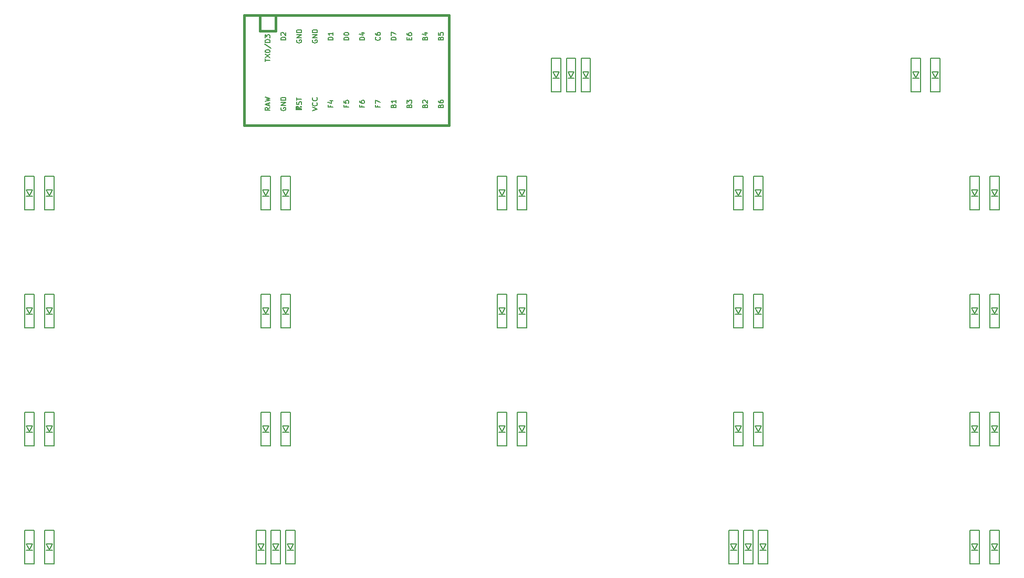
<source format=gto>
G04 #@! TF.GenerationSoftware,KiCad,Pcbnew,(5.1.4)-1*
G04 #@! TF.CreationDate,2021-09-01T13:47:46-10:00*
G04 #@! TF.ProjectId,oya45,6f796134-352e-46b6-9963-61645f706362,rev?*
G04 #@! TF.SameCoordinates,Original*
G04 #@! TF.FileFunction,Legend,Top*
G04 #@! TF.FilePolarity,Positive*
%FSLAX46Y46*%
G04 Gerber Fmt 4.6, Leading zero omitted, Abs format (unit mm)*
G04 Created by KiCad (PCBNEW (5.1.4)-1) date 2021-09-01 13:47:46*
%MOMM*%
%LPD*%
G04 APERTURE LIST*
%ADD10C,0.150000*%
%ADD11C,0.381000*%
%ADD12C,1.852000*%
%ADD13C,2.352000*%
%ADD14C,4.089800*%
%ADD15R,1.102000X1.502000*%
%ADD16R,1.854600X1.854600*%
%ADD17C,1.854600*%
%ADD18C,3.150000*%
G04 APERTURE END LIST*
D10*
X211887500Y-41593750D02*
X211887500Y-36193750D01*
X210387500Y-36193750D02*
X210387500Y-41593750D01*
X210387500Y-41593750D02*
X211887500Y-41593750D01*
X210387500Y-36193750D02*
X211887500Y-36193750D01*
X210637500Y-38393750D02*
X211637500Y-38393750D01*
X211637500Y-38393750D02*
X211137500Y-39293750D01*
X211137500Y-39293750D02*
X210637500Y-38393750D01*
X210637500Y-39393750D02*
X211637500Y-39393750D01*
X208712500Y-41593750D02*
X208712500Y-36193750D01*
X207212500Y-36193750D02*
X207212500Y-41593750D01*
X207212500Y-41593750D02*
X208712500Y-41593750D01*
X207212500Y-36193750D02*
X208712500Y-36193750D01*
X207462500Y-38393750D02*
X208462500Y-38393750D01*
X208462500Y-38393750D02*
X207962500Y-39293750D01*
X207962500Y-39293750D02*
X207462500Y-38393750D01*
X207462500Y-39393750D02*
X208462500Y-39393750D01*
X155531250Y-41593750D02*
X155531250Y-36193750D01*
X154031250Y-36193750D02*
X154031250Y-41593750D01*
X154031250Y-41593750D02*
X155531250Y-41593750D01*
X154031250Y-36193750D02*
X155531250Y-36193750D01*
X154281250Y-38393750D02*
X155281250Y-38393750D01*
X155281250Y-38393750D02*
X154781250Y-39293750D01*
X154781250Y-39293750D02*
X154281250Y-38393750D01*
X154281250Y-39393750D02*
X155281250Y-39393750D01*
X151900000Y-39393750D02*
X152900000Y-39393750D01*
X152400000Y-39293750D02*
X151900000Y-38393750D01*
X152900000Y-38393750D02*
X152400000Y-39293750D01*
X151900000Y-38393750D02*
X152900000Y-38393750D01*
X151650000Y-36193750D02*
X153150000Y-36193750D01*
X151650000Y-41593750D02*
X153150000Y-41593750D01*
X151650000Y-36193750D02*
X151650000Y-41593750D01*
X153150000Y-41593750D02*
X153150000Y-36193750D01*
X150768750Y-41593750D02*
X150768750Y-36193750D01*
X149268750Y-36193750D02*
X149268750Y-41593750D01*
X149268750Y-41593750D02*
X150768750Y-41593750D01*
X149268750Y-36193750D02*
X150768750Y-36193750D01*
X149518750Y-38393750D02*
X150518750Y-38393750D01*
X150518750Y-38393750D02*
X150018750Y-39293750D01*
X150018750Y-39293750D02*
X149518750Y-38393750D01*
X149518750Y-39393750D02*
X150518750Y-39393750D01*
X221412500Y-117793750D02*
X221412500Y-112393750D01*
X219912500Y-112393750D02*
X219912500Y-117793750D01*
X219912500Y-117793750D02*
X221412500Y-117793750D01*
X219912500Y-112393750D02*
X221412500Y-112393750D01*
X220162500Y-114593750D02*
X221162500Y-114593750D01*
X221162500Y-114593750D02*
X220662500Y-115493750D01*
X220662500Y-115493750D02*
X220162500Y-114593750D01*
X220162500Y-115593750D02*
X221162500Y-115593750D01*
X216987500Y-115593750D02*
X217987500Y-115593750D01*
X217487500Y-115493750D02*
X216987500Y-114593750D01*
X217987500Y-114593750D02*
X217487500Y-115493750D01*
X216987500Y-114593750D02*
X217987500Y-114593750D01*
X216737500Y-112393750D02*
X218237500Y-112393750D01*
X216737500Y-117793750D02*
X218237500Y-117793750D01*
X216737500Y-112393750D02*
X216737500Y-117793750D01*
X218237500Y-117793750D02*
X218237500Y-112393750D01*
X184106250Y-117793750D02*
X184106250Y-112393750D01*
X182606250Y-112393750D02*
X182606250Y-117793750D01*
X182606250Y-117793750D02*
X184106250Y-117793750D01*
X182606250Y-112393750D02*
X184106250Y-112393750D01*
X182856250Y-114593750D02*
X183856250Y-114593750D01*
X183856250Y-114593750D02*
X183356250Y-115493750D01*
X183356250Y-115493750D02*
X182856250Y-114593750D01*
X182856250Y-115593750D02*
X183856250Y-115593750D01*
X181725000Y-117793750D02*
X181725000Y-112393750D01*
X180225000Y-112393750D02*
X180225000Y-117793750D01*
X180225000Y-117793750D02*
X181725000Y-117793750D01*
X180225000Y-112393750D02*
X181725000Y-112393750D01*
X180475000Y-114593750D02*
X181475000Y-114593750D01*
X181475000Y-114593750D02*
X180975000Y-115493750D01*
X180975000Y-115493750D02*
X180475000Y-114593750D01*
X180475000Y-115593750D02*
X181475000Y-115593750D01*
X179343750Y-117793750D02*
X179343750Y-112393750D01*
X177843750Y-112393750D02*
X177843750Y-117793750D01*
X177843750Y-117793750D02*
X179343750Y-117793750D01*
X177843750Y-112393750D02*
X179343750Y-112393750D01*
X178093750Y-114593750D02*
X179093750Y-114593750D01*
X179093750Y-114593750D02*
X178593750Y-115493750D01*
X178593750Y-115493750D02*
X178093750Y-114593750D01*
X178093750Y-115593750D02*
X179093750Y-115593750D01*
X107906250Y-117793750D02*
X107906250Y-112393750D01*
X106406250Y-112393750D02*
X106406250Y-117793750D01*
X106406250Y-117793750D02*
X107906250Y-117793750D01*
X106406250Y-112393750D02*
X107906250Y-112393750D01*
X106656250Y-114593750D02*
X107656250Y-114593750D01*
X107656250Y-114593750D02*
X107156250Y-115493750D01*
X107156250Y-115493750D02*
X106656250Y-114593750D01*
X106656250Y-115593750D02*
X107656250Y-115593750D01*
X105525000Y-117793750D02*
X105525000Y-112393750D01*
X104025000Y-112393750D02*
X104025000Y-117793750D01*
X104025000Y-117793750D02*
X105525000Y-117793750D01*
X104025000Y-112393750D02*
X105525000Y-112393750D01*
X104275000Y-114593750D02*
X105275000Y-114593750D01*
X105275000Y-114593750D02*
X104775000Y-115493750D01*
X104775000Y-115493750D02*
X104275000Y-114593750D01*
X104275000Y-115593750D02*
X105275000Y-115593750D01*
X103143750Y-117793750D02*
X103143750Y-112393750D01*
X101643750Y-112393750D02*
X101643750Y-117793750D01*
X101643750Y-117793750D02*
X103143750Y-117793750D01*
X101643750Y-112393750D02*
X103143750Y-112393750D01*
X101893750Y-114593750D02*
X102893750Y-114593750D01*
X102893750Y-114593750D02*
X102393750Y-115493750D01*
X102393750Y-115493750D02*
X101893750Y-114593750D01*
X101893750Y-115593750D02*
X102893750Y-115593750D01*
X69012500Y-117793750D02*
X69012500Y-112393750D01*
X67512500Y-112393750D02*
X67512500Y-117793750D01*
X67512500Y-117793750D02*
X69012500Y-117793750D01*
X67512500Y-112393750D02*
X69012500Y-112393750D01*
X67762500Y-114593750D02*
X68762500Y-114593750D01*
X68762500Y-114593750D02*
X68262500Y-115493750D01*
X68262500Y-115493750D02*
X67762500Y-114593750D01*
X67762500Y-115593750D02*
X68762500Y-115593750D01*
X65837500Y-117793750D02*
X65837500Y-112393750D01*
X64337500Y-112393750D02*
X64337500Y-117793750D01*
X64337500Y-117793750D02*
X65837500Y-117793750D01*
X64337500Y-112393750D02*
X65837500Y-112393750D01*
X64587500Y-114593750D02*
X65587500Y-114593750D01*
X65587500Y-114593750D02*
X65087500Y-115493750D01*
X65087500Y-115493750D02*
X64587500Y-114593750D01*
X64587500Y-115593750D02*
X65587500Y-115593750D01*
X221412500Y-98743750D02*
X221412500Y-93343750D01*
X219912500Y-93343750D02*
X219912500Y-98743750D01*
X219912500Y-98743750D02*
X221412500Y-98743750D01*
X219912500Y-93343750D02*
X221412500Y-93343750D01*
X220162500Y-95543750D02*
X221162500Y-95543750D01*
X221162500Y-95543750D02*
X220662500Y-96443750D01*
X220662500Y-96443750D02*
X220162500Y-95543750D01*
X220162500Y-96543750D02*
X221162500Y-96543750D01*
X218237500Y-98743750D02*
X218237500Y-93343750D01*
X216737500Y-93343750D02*
X216737500Y-98743750D01*
X216737500Y-98743750D02*
X218237500Y-98743750D01*
X216737500Y-93343750D02*
X218237500Y-93343750D01*
X216987500Y-95543750D02*
X217987500Y-95543750D01*
X217987500Y-95543750D02*
X217487500Y-96443750D01*
X217487500Y-96443750D02*
X216987500Y-95543750D01*
X216987500Y-96543750D02*
X217987500Y-96543750D01*
X183312500Y-98743750D02*
X183312500Y-93343750D01*
X181812500Y-93343750D02*
X181812500Y-98743750D01*
X181812500Y-98743750D02*
X183312500Y-98743750D01*
X181812500Y-93343750D02*
X183312500Y-93343750D01*
X182062500Y-95543750D02*
X183062500Y-95543750D01*
X183062500Y-95543750D02*
X182562500Y-96443750D01*
X182562500Y-96443750D02*
X182062500Y-95543750D01*
X182062500Y-96543750D02*
X183062500Y-96543750D01*
X180137500Y-98743750D02*
X180137500Y-93343750D01*
X178637500Y-93343750D02*
X178637500Y-98743750D01*
X178637500Y-98743750D02*
X180137500Y-98743750D01*
X178637500Y-93343750D02*
X180137500Y-93343750D01*
X178887500Y-95543750D02*
X179887500Y-95543750D01*
X179887500Y-95543750D02*
X179387500Y-96443750D01*
X179387500Y-96443750D02*
X178887500Y-95543750D01*
X178887500Y-96543750D02*
X179887500Y-96543750D01*
X145212500Y-98743750D02*
X145212500Y-93343750D01*
X143712500Y-93343750D02*
X143712500Y-98743750D01*
X143712500Y-98743750D02*
X145212500Y-98743750D01*
X143712500Y-93343750D02*
X145212500Y-93343750D01*
X143962500Y-95543750D02*
X144962500Y-95543750D01*
X144962500Y-95543750D02*
X144462500Y-96443750D01*
X144462500Y-96443750D02*
X143962500Y-95543750D01*
X143962500Y-96543750D02*
X144962500Y-96543750D01*
X142037500Y-98743750D02*
X142037500Y-93343750D01*
X140537500Y-93343750D02*
X140537500Y-98743750D01*
X140537500Y-98743750D02*
X142037500Y-98743750D01*
X140537500Y-93343750D02*
X142037500Y-93343750D01*
X140787500Y-95543750D02*
X141787500Y-95543750D01*
X141787500Y-95543750D02*
X141287500Y-96443750D01*
X141287500Y-96443750D02*
X140787500Y-95543750D01*
X140787500Y-96543750D02*
X141787500Y-96543750D01*
X107112500Y-98743750D02*
X107112500Y-93343750D01*
X105612500Y-93343750D02*
X105612500Y-98743750D01*
X105612500Y-98743750D02*
X107112500Y-98743750D01*
X105612500Y-93343750D02*
X107112500Y-93343750D01*
X105862500Y-95543750D02*
X106862500Y-95543750D01*
X106862500Y-95543750D02*
X106362500Y-96443750D01*
X106362500Y-96443750D02*
X105862500Y-95543750D01*
X105862500Y-96543750D02*
X106862500Y-96543750D01*
X103937500Y-98743750D02*
X103937500Y-93343750D01*
X102437500Y-93343750D02*
X102437500Y-98743750D01*
X102437500Y-98743750D02*
X103937500Y-98743750D01*
X102437500Y-93343750D02*
X103937500Y-93343750D01*
X102687500Y-95543750D02*
X103687500Y-95543750D01*
X103687500Y-95543750D02*
X103187500Y-96443750D01*
X103187500Y-96443750D02*
X102687500Y-95543750D01*
X102687500Y-96543750D02*
X103687500Y-96543750D01*
X69012500Y-98743750D02*
X69012500Y-93343750D01*
X67512500Y-93343750D02*
X67512500Y-98743750D01*
X67512500Y-98743750D02*
X69012500Y-98743750D01*
X67512500Y-93343750D02*
X69012500Y-93343750D01*
X67762500Y-95543750D02*
X68762500Y-95543750D01*
X68762500Y-95543750D02*
X68262500Y-96443750D01*
X68262500Y-96443750D02*
X67762500Y-95543750D01*
X67762500Y-96543750D02*
X68762500Y-96543750D01*
X65837500Y-98743750D02*
X65837500Y-93343750D01*
X64337500Y-93343750D02*
X64337500Y-98743750D01*
X64337500Y-98743750D02*
X65837500Y-98743750D01*
X64337500Y-93343750D02*
X65837500Y-93343750D01*
X64587500Y-95543750D02*
X65587500Y-95543750D01*
X65587500Y-95543750D02*
X65087500Y-96443750D01*
X65087500Y-96443750D02*
X64587500Y-95543750D01*
X64587500Y-96543750D02*
X65587500Y-96543750D01*
X221412500Y-79693750D02*
X221412500Y-74293750D01*
X219912500Y-74293750D02*
X219912500Y-79693750D01*
X219912500Y-79693750D02*
X221412500Y-79693750D01*
X219912500Y-74293750D02*
X221412500Y-74293750D01*
X220162500Y-76493750D02*
X221162500Y-76493750D01*
X221162500Y-76493750D02*
X220662500Y-77393750D01*
X220662500Y-77393750D02*
X220162500Y-76493750D01*
X220162500Y-77493750D02*
X221162500Y-77493750D01*
X218237500Y-79693750D02*
X218237500Y-74293750D01*
X216737500Y-74293750D02*
X216737500Y-79693750D01*
X216737500Y-79693750D02*
X218237500Y-79693750D01*
X216737500Y-74293750D02*
X218237500Y-74293750D01*
X216987500Y-76493750D02*
X217987500Y-76493750D01*
X217987500Y-76493750D02*
X217487500Y-77393750D01*
X217487500Y-77393750D02*
X216987500Y-76493750D01*
X216987500Y-77493750D02*
X217987500Y-77493750D01*
X183312500Y-79693750D02*
X183312500Y-74293750D01*
X181812500Y-74293750D02*
X181812500Y-79693750D01*
X181812500Y-79693750D02*
X183312500Y-79693750D01*
X181812500Y-74293750D02*
X183312500Y-74293750D01*
X182062500Y-76493750D02*
X183062500Y-76493750D01*
X183062500Y-76493750D02*
X182562500Y-77393750D01*
X182562500Y-77393750D02*
X182062500Y-76493750D01*
X182062500Y-77493750D02*
X183062500Y-77493750D01*
X180137500Y-79693750D02*
X180137500Y-74293750D01*
X178637500Y-74293750D02*
X178637500Y-79693750D01*
X178637500Y-79693750D02*
X180137500Y-79693750D01*
X178637500Y-74293750D02*
X180137500Y-74293750D01*
X178887500Y-76493750D02*
X179887500Y-76493750D01*
X179887500Y-76493750D02*
X179387500Y-77393750D01*
X179387500Y-77393750D02*
X178887500Y-76493750D01*
X178887500Y-77493750D02*
X179887500Y-77493750D01*
X145212500Y-79693750D02*
X145212500Y-74293750D01*
X143712500Y-74293750D02*
X143712500Y-79693750D01*
X143712500Y-79693750D02*
X145212500Y-79693750D01*
X143712500Y-74293750D02*
X145212500Y-74293750D01*
X143962500Y-76493750D02*
X144962500Y-76493750D01*
X144962500Y-76493750D02*
X144462500Y-77393750D01*
X144462500Y-77393750D02*
X143962500Y-76493750D01*
X143962500Y-77493750D02*
X144962500Y-77493750D01*
X142037500Y-79693750D02*
X142037500Y-74293750D01*
X140537500Y-74293750D02*
X140537500Y-79693750D01*
X140537500Y-79693750D02*
X142037500Y-79693750D01*
X140537500Y-74293750D02*
X142037500Y-74293750D01*
X140787500Y-76493750D02*
X141787500Y-76493750D01*
X141787500Y-76493750D02*
X141287500Y-77393750D01*
X141287500Y-77393750D02*
X140787500Y-76493750D01*
X140787500Y-77493750D02*
X141787500Y-77493750D01*
X107112500Y-79693750D02*
X107112500Y-74293750D01*
X105612500Y-74293750D02*
X105612500Y-79693750D01*
X105612500Y-79693750D02*
X107112500Y-79693750D01*
X105612500Y-74293750D02*
X107112500Y-74293750D01*
X105862500Y-76493750D02*
X106862500Y-76493750D01*
X106862500Y-76493750D02*
X106362500Y-77393750D01*
X106362500Y-77393750D02*
X105862500Y-76493750D01*
X105862500Y-77493750D02*
X106862500Y-77493750D01*
X103937500Y-79693750D02*
X103937500Y-74293750D01*
X102437500Y-74293750D02*
X102437500Y-79693750D01*
X102437500Y-79693750D02*
X103937500Y-79693750D01*
X102437500Y-74293750D02*
X103937500Y-74293750D01*
X102687500Y-76493750D02*
X103687500Y-76493750D01*
X103687500Y-76493750D02*
X103187500Y-77393750D01*
X103187500Y-77393750D02*
X102687500Y-76493750D01*
X102687500Y-77493750D02*
X103687500Y-77493750D01*
X69012500Y-79693750D02*
X69012500Y-74293750D01*
X67512500Y-74293750D02*
X67512500Y-79693750D01*
X67512500Y-79693750D02*
X69012500Y-79693750D01*
X67512500Y-74293750D02*
X69012500Y-74293750D01*
X67762500Y-76493750D02*
X68762500Y-76493750D01*
X68762500Y-76493750D02*
X68262500Y-77393750D01*
X68262500Y-77393750D02*
X67762500Y-76493750D01*
X67762500Y-77493750D02*
X68762500Y-77493750D01*
X65837500Y-79693750D02*
X65837500Y-74293750D01*
X64337500Y-74293750D02*
X64337500Y-79693750D01*
X64337500Y-79693750D02*
X65837500Y-79693750D01*
X64337500Y-74293750D02*
X65837500Y-74293750D01*
X64587500Y-76493750D02*
X65587500Y-76493750D01*
X65587500Y-76493750D02*
X65087500Y-77393750D01*
X65087500Y-77393750D02*
X64587500Y-76493750D01*
X64587500Y-77493750D02*
X65587500Y-77493750D01*
X221412500Y-60643750D02*
X221412500Y-55243750D01*
X219912500Y-55243750D02*
X219912500Y-60643750D01*
X219912500Y-60643750D02*
X221412500Y-60643750D01*
X219912500Y-55243750D02*
X221412500Y-55243750D01*
X220162500Y-57443750D02*
X221162500Y-57443750D01*
X221162500Y-57443750D02*
X220662500Y-58343750D01*
X220662500Y-58343750D02*
X220162500Y-57443750D01*
X220162500Y-58443750D02*
X221162500Y-58443750D01*
X218237500Y-60643750D02*
X218237500Y-55243750D01*
X216737500Y-55243750D02*
X216737500Y-60643750D01*
X216737500Y-60643750D02*
X218237500Y-60643750D01*
X216737500Y-55243750D02*
X218237500Y-55243750D01*
X216987500Y-57443750D02*
X217987500Y-57443750D01*
X217987500Y-57443750D02*
X217487500Y-58343750D01*
X217487500Y-58343750D02*
X216987500Y-57443750D01*
X216987500Y-58443750D02*
X217987500Y-58443750D01*
X183312500Y-60643750D02*
X183312500Y-55243750D01*
X181812500Y-55243750D02*
X181812500Y-60643750D01*
X181812500Y-60643750D02*
X183312500Y-60643750D01*
X181812500Y-55243750D02*
X183312500Y-55243750D01*
X182062500Y-57443750D02*
X183062500Y-57443750D01*
X183062500Y-57443750D02*
X182562500Y-58343750D01*
X182562500Y-58343750D02*
X182062500Y-57443750D01*
X182062500Y-58443750D02*
X183062500Y-58443750D01*
X180137500Y-60643750D02*
X180137500Y-55243750D01*
X178637500Y-55243750D02*
X178637500Y-60643750D01*
X178637500Y-60643750D02*
X180137500Y-60643750D01*
X178637500Y-55243750D02*
X180137500Y-55243750D01*
X178887500Y-57443750D02*
X179887500Y-57443750D01*
X179887500Y-57443750D02*
X179387500Y-58343750D01*
X179387500Y-58343750D02*
X178887500Y-57443750D01*
X178887500Y-58443750D02*
X179887500Y-58443750D01*
X145212500Y-60643750D02*
X145212500Y-55243750D01*
X143712500Y-55243750D02*
X143712500Y-60643750D01*
X143712500Y-60643750D02*
X145212500Y-60643750D01*
X143712500Y-55243750D02*
X145212500Y-55243750D01*
X143962500Y-57443750D02*
X144962500Y-57443750D01*
X144962500Y-57443750D02*
X144462500Y-58343750D01*
X144462500Y-58343750D02*
X143962500Y-57443750D01*
X143962500Y-58443750D02*
X144962500Y-58443750D01*
X142037500Y-60643750D02*
X142037500Y-55243750D01*
X140537500Y-55243750D02*
X140537500Y-60643750D01*
X140537500Y-60643750D02*
X142037500Y-60643750D01*
X140537500Y-55243750D02*
X142037500Y-55243750D01*
X140787500Y-57443750D02*
X141787500Y-57443750D01*
X141787500Y-57443750D02*
X141287500Y-58343750D01*
X141287500Y-58343750D02*
X140787500Y-57443750D01*
X140787500Y-58443750D02*
X141787500Y-58443750D01*
X105862500Y-58443750D02*
X106862500Y-58443750D01*
X106362500Y-58343750D02*
X105862500Y-57443750D01*
X106862500Y-57443750D02*
X106362500Y-58343750D01*
X105862500Y-57443750D02*
X106862500Y-57443750D01*
X105612500Y-55243750D02*
X107112500Y-55243750D01*
X105612500Y-60643750D02*
X107112500Y-60643750D01*
X105612500Y-55243750D02*
X105612500Y-60643750D01*
X107112500Y-60643750D02*
X107112500Y-55243750D01*
X103937500Y-60643750D02*
X103937500Y-55243750D01*
X102437500Y-55243750D02*
X102437500Y-60643750D01*
X102437500Y-60643750D02*
X103937500Y-60643750D01*
X102437500Y-55243750D02*
X103937500Y-55243750D01*
X102687500Y-57443750D02*
X103687500Y-57443750D01*
X103687500Y-57443750D02*
X103187500Y-58343750D01*
X103187500Y-58343750D02*
X102687500Y-57443750D01*
X102687500Y-58443750D02*
X103687500Y-58443750D01*
X69012500Y-60643750D02*
X69012500Y-55243750D01*
X67512500Y-55243750D02*
X67512500Y-60643750D01*
X67512500Y-60643750D02*
X69012500Y-60643750D01*
X67512500Y-55243750D02*
X69012500Y-55243750D01*
X67762500Y-57443750D02*
X68762500Y-57443750D01*
X68762500Y-57443750D02*
X68262500Y-58343750D01*
X68262500Y-58343750D02*
X67762500Y-57443750D01*
X67762500Y-58443750D02*
X68762500Y-58443750D01*
X64587500Y-58443750D02*
X65587500Y-58443750D01*
X65087500Y-58343750D02*
X64587500Y-57443750D01*
X65587500Y-57443750D02*
X65087500Y-58343750D01*
X64587500Y-57443750D02*
X65587500Y-57443750D01*
X64337500Y-55243750D02*
X65837500Y-55243750D01*
X64337500Y-60643750D02*
X65837500Y-60643750D01*
X64337500Y-55243750D02*
X64337500Y-60643750D01*
X65837500Y-60643750D02*
X65837500Y-55243750D01*
D11*
X104775000Y-31750000D02*
X104775000Y-29210000D01*
X102235000Y-31750000D02*
X104775000Y-31750000D01*
D10*
G36*
X108524030Y-44144635D02*
G01*
X108624030Y-44144635D01*
X108624030Y-44244635D01*
X108524030Y-44244635D01*
X108524030Y-44144635D01*
G37*
X108524030Y-44144635D02*
X108624030Y-44144635D01*
X108624030Y-44244635D01*
X108524030Y-44244635D01*
X108524030Y-44144635D01*
G36*
X108124030Y-44344635D02*
G01*
X108924030Y-44344635D01*
X108924030Y-44444635D01*
X108124030Y-44444635D01*
X108124030Y-44344635D01*
G37*
X108124030Y-44344635D02*
X108924030Y-44344635D01*
X108924030Y-44444635D01*
X108124030Y-44444635D01*
X108124030Y-44344635D01*
G36*
X108724030Y-43944635D02*
G01*
X108924030Y-43944635D01*
X108924030Y-44044635D01*
X108724030Y-44044635D01*
X108724030Y-43944635D01*
G37*
X108724030Y-43944635D02*
X108924030Y-43944635D01*
X108924030Y-44044635D01*
X108724030Y-44044635D01*
X108724030Y-43944635D01*
G36*
X108124030Y-43944635D02*
G01*
X108424030Y-43944635D01*
X108424030Y-44044635D01*
X108124030Y-44044635D01*
X108124030Y-43944635D01*
G37*
X108124030Y-43944635D02*
X108424030Y-43944635D01*
X108424030Y-44044635D01*
X108124030Y-44044635D01*
X108124030Y-43944635D01*
G36*
X108124030Y-43944635D02*
G01*
X108224030Y-43944635D01*
X108224030Y-44444635D01*
X108124030Y-44444635D01*
X108124030Y-43944635D01*
G37*
X108124030Y-43944635D02*
X108224030Y-43944635D01*
X108224030Y-44444635D01*
X108124030Y-44444635D01*
X108124030Y-43944635D01*
D11*
X132715000Y-46990000D02*
X99695000Y-46990000D01*
X132715000Y-29210000D02*
X132715000Y-46990000D01*
X99695000Y-29210000D02*
X132715000Y-29210000D01*
X99695000Y-46990000D02*
X99695000Y-29210000D01*
X102235000Y-31750000D02*
X102235000Y-29210000D01*
D10*
X106406904Y-33229476D02*
X105606904Y-33229476D01*
X105606904Y-33039000D01*
X105645000Y-32924714D01*
X105721190Y-32848523D01*
X105797380Y-32810428D01*
X105949761Y-32772333D01*
X106064047Y-32772333D01*
X106216428Y-32810428D01*
X106292619Y-32848523D01*
X106368809Y-32924714D01*
X106406904Y-33039000D01*
X106406904Y-33229476D01*
X105683095Y-32467571D02*
X105645000Y-32429476D01*
X105606904Y-32353285D01*
X105606904Y-32162809D01*
X105645000Y-32086619D01*
X105683095Y-32048523D01*
X105759285Y-32010428D01*
X105835476Y-32010428D01*
X105949761Y-32048523D01*
X106406904Y-32505666D01*
X106406904Y-32010428D01*
X116566904Y-33229476D02*
X115766904Y-33229476D01*
X115766904Y-33039000D01*
X115805000Y-32924714D01*
X115881190Y-32848523D01*
X115957380Y-32810428D01*
X116109761Y-32772333D01*
X116224047Y-32772333D01*
X116376428Y-32810428D01*
X116452619Y-32848523D01*
X116528809Y-32924714D01*
X116566904Y-33039000D01*
X116566904Y-33229476D01*
X115766904Y-32277095D02*
X115766904Y-32200904D01*
X115805000Y-32124714D01*
X115843095Y-32086619D01*
X115919285Y-32048523D01*
X116071666Y-32010428D01*
X116262142Y-32010428D01*
X116414523Y-32048523D01*
X116490714Y-32086619D01*
X116528809Y-32124714D01*
X116566904Y-32200904D01*
X116566904Y-32277095D01*
X116528809Y-32353285D01*
X116490714Y-32391380D01*
X116414523Y-32429476D01*
X116262142Y-32467571D01*
X116071666Y-32467571D01*
X115919285Y-32429476D01*
X115843095Y-32391380D01*
X115805000Y-32353285D01*
X115766904Y-32277095D01*
X114026904Y-33229476D02*
X113226904Y-33229476D01*
X113226904Y-33039000D01*
X113265000Y-32924714D01*
X113341190Y-32848523D01*
X113417380Y-32810428D01*
X113569761Y-32772333D01*
X113684047Y-32772333D01*
X113836428Y-32810428D01*
X113912619Y-32848523D01*
X113988809Y-32924714D01*
X114026904Y-33039000D01*
X114026904Y-33229476D01*
X114026904Y-32010428D02*
X114026904Y-32467571D01*
X114026904Y-32239000D02*
X113226904Y-32239000D01*
X113341190Y-32315190D01*
X113417380Y-32391380D01*
X113455476Y-32467571D01*
X110725000Y-33248523D02*
X110686904Y-33324714D01*
X110686904Y-33439000D01*
X110725000Y-33553285D01*
X110801190Y-33629476D01*
X110877380Y-33667571D01*
X111029761Y-33705666D01*
X111144047Y-33705666D01*
X111296428Y-33667571D01*
X111372619Y-33629476D01*
X111448809Y-33553285D01*
X111486904Y-33439000D01*
X111486904Y-33362809D01*
X111448809Y-33248523D01*
X111410714Y-33210428D01*
X111144047Y-33210428D01*
X111144047Y-33362809D01*
X111486904Y-32867571D02*
X110686904Y-32867571D01*
X111486904Y-32410428D01*
X110686904Y-32410428D01*
X111486904Y-32029476D02*
X110686904Y-32029476D01*
X110686904Y-31839000D01*
X110725000Y-31724714D01*
X110801190Y-31648523D01*
X110877380Y-31610428D01*
X111029761Y-31572333D01*
X111144047Y-31572333D01*
X111296428Y-31610428D01*
X111372619Y-31648523D01*
X111448809Y-31724714D01*
X111486904Y-31839000D01*
X111486904Y-32029476D01*
X108185000Y-33248523D02*
X108146904Y-33324714D01*
X108146904Y-33439000D01*
X108185000Y-33553285D01*
X108261190Y-33629476D01*
X108337380Y-33667571D01*
X108489761Y-33705666D01*
X108604047Y-33705666D01*
X108756428Y-33667571D01*
X108832619Y-33629476D01*
X108908809Y-33553285D01*
X108946904Y-33439000D01*
X108946904Y-33362809D01*
X108908809Y-33248523D01*
X108870714Y-33210428D01*
X108604047Y-33210428D01*
X108604047Y-33362809D01*
X108946904Y-32867571D02*
X108146904Y-32867571D01*
X108946904Y-32410428D01*
X108146904Y-32410428D01*
X108946904Y-32029476D02*
X108146904Y-32029476D01*
X108146904Y-31839000D01*
X108185000Y-31724714D01*
X108261190Y-31648523D01*
X108337380Y-31610428D01*
X108489761Y-31572333D01*
X108604047Y-31572333D01*
X108756428Y-31610428D01*
X108832619Y-31648523D01*
X108908809Y-31724714D01*
X108946904Y-31839000D01*
X108946904Y-32029476D01*
X119106904Y-33229476D02*
X118306904Y-33229476D01*
X118306904Y-33039000D01*
X118345000Y-32924714D01*
X118421190Y-32848523D01*
X118497380Y-32810428D01*
X118649761Y-32772333D01*
X118764047Y-32772333D01*
X118916428Y-32810428D01*
X118992619Y-32848523D01*
X119068809Y-32924714D01*
X119106904Y-33039000D01*
X119106904Y-33229476D01*
X118573571Y-32086619D02*
X119106904Y-32086619D01*
X118268809Y-32277095D02*
X118840238Y-32467571D01*
X118840238Y-31972333D01*
X121570714Y-32772333D02*
X121608809Y-32810428D01*
X121646904Y-32924714D01*
X121646904Y-33000904D01*
X121608809Y-33115190D01*
X121532619Y-33191380D01*
X121456428Y-33229476D01*
X121304047Y-33267571D01*
X121189761Y-33267571D01*
X121037380Y-33229476D01*
X120961190Y-33191380D01*
X120885000Y-33115190D01*
X120846904Y-33000904D01*
X120846904Y-32924714D01*
X120885000Y-32810428D01*
X120923095Y-32772333D01*
X120846904Y-32086619D02*
X120846904Y-32239000D01*
X120885000Y-32315190D01*
X120923095Y-32353285D01*
X121037380Y-32429476D01*
X121189761Y-32467571D01*
X121494523Y-32467571D01*
X121570714Y-32429476D01*
X121608809Y-32391380D01*
X121646904Y-32315190D01*
X121646904Y-32162809D01*
X121608809Y-32086619D01*
X121570714Y-32048523D01*
X121494523Y-32010428D01*
X121304047Y-32010428D01*
X121227857Y-32048523D01*
X121189761Y-32086619D01*
X121151666Y-32162809D01*
X121151666Y-32315190D01*
X121189761Y-32391380D01*
X121227857Y-32429476D01*
X121304047Y-32467571D01*
X124186904Y-33229476D02*
X123386904Y-33229476D01*
X123386904Y-33039000D01*
X123425000Y-32924714D01*
X123501190Y-32848523D01*
X123577380Y-32810428D01*
X123729761Y-32772333D01*
X123844047Y-32772333D01*
X123996428Y-32810428D01*
X124072619Y-32848523D01*
X124148809Y-32924714D01*
X124186904Y-33039000D01*
X124186904Y-33229476D01*
X123386904Y-32505666D02*
X123386904Y-31972333D01*
X124186904Y-32315190D01*
X126307857Y-33191380D02*
X126307857Y-32924714D01*
X126726904Y-32810428D02*
X126726904Y-33191380D01*
X125926904Y-33191380D01*
X125926904Y-32810428D01*
X125926904Y-32124714D02*
X125926904Y-32277095D01*
X125965000Y-32353285D01*
X126003095Y-32391380D01*
X126117380Y-32467571D01*
X126269761Y-32505666D01*
X126574523Y-32505666D01*
X126650714Y-32467571D01*
X126688809Y-32429476D01*
X126726904Y-32353285D01*
X126726904Y-32200904D01*
X126688809Y-32124714D01*
X126650714Y-32086619D01*
X126574523Y-32048523D01*
X126384047Y-32048523D01*
X126307857Y-32086619D01*
X126269761Y-32124714D01*
X126231666Y-32200904D01*
X126231666Y-32353285D01*
X126269761Y-32429476D01*
X126307857Y-32467571D01*
X126384047Y-32505666D01*
X128847857Y-32962809D02*
X128885952Y-32848523D01*
X128924047Y-32810428D01*
X129000238Y-32772333D01*
X129114523Y-32772333D01*
X129190714Y-32810428D01*
X129228809Y-32848523D01*
X129266904Y-32924714D01*
X129266904Y-33229476D01*
X128466904Y-33229476D01*
X128466904Y-32962809D01*
X128505000Y-32886619D01*
X128543095Y-32848523D01*
X128619285Y-32810428D01*
X128695476Y-32810428D01*
X128771666Y-32848523D01*
X128809761Y-32886619D01*
X128847857Y-32962809D01*
X128847857Y-33229476D01*
X128733571Y-32086619D02*
X129266904Y-32086619D01*
X128428809Y-32277095D02*
X129000238Y-32467571D01*
X129000238Y-31972333D01*
X131387857Y-32962809D02*
X131425952Y-32848523D01*
X131464047Y-32810428D01*
X131540238Y-32772333D01*
X131654523Y-32772333D01*
X131730714Y-32810428D01*
X131768809Y-32848523D01*
X131806904Y-32924714D01*
X131806904Y-33229476D01*
X131006904Y-33229476D01*
X131006904Y-32962809D01*
X131045000Y-32886619D01*
X131083095Y-32848523D01*
X131159285Y-32810428D01*
X131235476Y-32810428D01*
X131311666Y-32848523D01*
X131349761Y-32886619D01*
X131387857Y-32962809D01*
X131387857Y-33229476D01*
X131006904Y-32048523D02*
X131006904Y-32429476D01*
X131387857Y-32467571D01*
X131349761Y-32429476D01*
X131311666Y-32353285D01*
X131311666Y-32162809D01*
X131349761Y-32086619D01*
X131387857Y-32048523D01*
X131464047Y-32010428D01*
X131654523Y-32010428D01*
X131730714Y-32048523D01*
X131768809Y-32086619D01*
X131806904Y-32162809D01*
X131806904Y-32353285D01*
X131768809Y-32429476D01*
X131730714Y-32467571D01*
X131387857Y-43884809D02*
X131425952Y-43770523D01*
X131464047Y-43732428D01*
X131540238Y-43694333D01*
X131654523Y-43694333D01*
X131730714Y-43732428D01*
X131768809Y-43770523D01*
X131806904Y-43846714D01*
X131806904Y-44151476D01*
X131006904Y-44151476D01*
X131006904Y-43884809D01*
X131045000Y-43808619D01*
X131083095Y-43770523D01*
X131159285Y-43732428D01*
X131235476Y-43732428D01*
X131311666Y-43770523D01*
X131349761Y-43808619D01*
X131387857Y-43884809D01*
X131387857Y-44151476D01*
X131006904Y-43008619D02*
X131006904Y-43161000D01*
X131045000Y-43237190D01*
X131083095Y-43275285D01*
X131197380Y-43351476D01*
X131349761Y-43389571D01*
X131654523Y-43389571D01*
X131730714Y-43351476D01*
X131768809Y-43313380D01*
X131806904Y-43237190D01*
X131806904Y-43084809D01*
X131768809Y-43008619D01*
X131730714Y-42970523D01*
X131654523Y-42932428D01*
X131464047Y-42932428D01*
X131387857Y-42970523D01*
X131349761Y-43008619D01*
X131311666Y-43084809D01*
X131311666Y-43237190D01*
X131349761Y-43313380D01*
X131387857Y-43351476D01*
X131464047Y-43389571D01*
X126307857Y-43884809D02*
X126345952Y-43770523D01*
X126384047Y-43732428D01*
X126460238Y-43694333D01*
X126574523Y-43694333D01*
X126650714Y-43732428D01*
X126688809Y-43770523D01*
X126726904Y-43846714D01*
X126726904Y-44151476D01*
X125926904Y-44151476D01*
X125926904Y-43884809D01*
X125965000Y-43808619D01*
X126003095Y-43770523D01*
X126079285Y-43732428D01*
X126155476Y-43732428D01*
X126231666Y-43770523D01*
X126269761Y-43808619D01*
X126307857Y-43884809D01*
X126307857Y-44151476D01*
X125926904Y-43427666D02*
X125926904Y-42932428D01*
X126231666Y-43199095D01*
X126231666Y-43084809D01*
X126269761Y-43008619D01*
X126307857Y-42970523D01*
X126384047Y-42932428D01*
X126574523Y-42932428D01*
X126650714Y-42970523D01*
X126688809Y-43008619D01*
X126726904Y-43084809D01*
X126726904Y-43313380D01*
X126688809Y-43389571D01*
X126650714Y-43427666D01*
X123767857Y-43884809D02*
X123805952Y-43770523D01*
X123844047Y-43732428D01*
X123920238Y-43694333D01*
X124034523Y-43694333D01*
X124110714Y-43732428D01*
X124148809Y-43770523D01*
X124186904Y-43846714D01*
X124186904Y-44151476D01*
X123386904Y-44151476D01*
X123386904Y-43884809D01*
X123425000Y-43808619D01*
X123463095Y-43770523D01*
X123539285Y-43732428D01*
X123615476Y-43732428D01*
X123691666Y-43770523D01*
X123729761Y-43808619D01*
X123767857Y-43884809D01*
X123767857Y-44151476D01*
X124186904Y-42932428D02*
X124186904Y-43389571D01*
X124186904Y-43161000D02*
X123386904Y-43161000D01*
X123501190Y-43237190D01*
X123577380Y-43313380D01*
X123615476Y-43389571D01*
X113607857Y-43827666D02*
X113607857Y-44094333D01*
X114026904Y-44094333D02*
X113226904Y-44094333D01*
X113226904Y-43713380D01*
X113493571Y-43065761D02*
X114026904Y-43065761D01*
X113188809Y-43256238D02*
X113760238Y-43446714D01*
X113760238Y-42951476D01*
X110686904Y-44627666D02*
X111486904Y-44361000D01*
X110686904Y-44094333D01*
X111410714Y-43370523D02*
X111448809Y-43408619D01*
X111486904Y-43522904D01*
X111486904Y-43599095D01*
X111448809Y-43713380D01*
X111372619Y-43789571D01*
X111296428Y-43827666D01*
X111144047Y-43865761D01*
X111029761Y-43865761D01*
X110877380Y-43827666D01*
X110801190Y-43789571D01*
X110725000Y-43713380D01*
X110686904Y-43599095D01*
X110686904Y-43522904D01*
X110725000Y-43408619D01*
X110763095Y-43370523D01*
X111410714Y-42570523D02*
X111448809Y-42608619D01*
X111486904Y-42722904D01*
X111486904Y-42799095D01*
X111448809Y-42913380D01*
X111372619Y-42989571D01*
X111296428Y-43027666D01*
X111144047Y-43065761D01*
X111029761Y-43065761D01*
X110877380Y-43027666D01*
X110801190Y-42989571D01*
X110725000Y-42913380D01*
X110686904Y-42799095D01*
X110686904Y-42722904D01*
X110725000Y-42608619D01*
X110763095Y-42570523D01*
X105645000Y-44170523D02*
X105606904Y-44246714D01*
X105606904Y-44361000D01*
X105645000Y-44475285D01*
X105721190Y-44551476D01*
X105797380Y-44589571D01*
X105949761Y-44627666D01*
X106064047Y-44627666D01*
X106216428Y-44589571D01*
X106292619Y-44551476D01*
X106368809Y-44475285D01*
X106406904Y-44361000D01*
X106406904Y-44284809D01*
X106368809Y-44170523D01*
X106330714Y-44132428D01*
X106064047Y-44132428D01*
X106064047Y-44284809D01*
X106406904Y-43789571D02*
X105606904Y-43789571D01*
X106406904Y-43332428D01*
X105606904Y-43332428D01*
X106406904Y-42951476D02*
X105606904Y-42951476D01*
X105606904Y-42761000D01*
X105645000Y-42646714D01*
X105721190Y-42570523D01*
X105797380Y-42532428D01*
X105949761Y-42494333D01*
X106064047Y-42494333D01*
X106216428Y-42532428D01*
X106292619Y-42570523D01*
X106368809Y-42646714D01*
X106406904Y-42761000D01*
X106406904Y-42951476D01*
X103866904Y-44113380D02*
X103485952Y-44380047D01*
X103866904Y-44570523D02*
X103066904Y-44570523D01*
X103066904Y-44265761D01*
X103105000Y-44189571D01*
X103143095Y-44151476D01*
X103219285Y-44113380D01*
X103333571Y-44113380D01*
X103409761Y-44151476D01*
X103447857Y-44189571D01*
X103485952Y-44265761D01*
X103485952Y-44570523D01*
X103638333Y-43808619D02*
X103638333Y-43427666D01*
X103866904Y-43884809D02*
X103066904Y-43618142D01*
X103866904Y-43351476D01*
X103066904Y-43161000D02*
X103866904Y-42970523D01*
X103295476Y-42818142D01*
X103866904Y-42665761D01*
X103066904Y-42475285D01*
X116147857Y-43827666D02*
X116147857Y-44094333D01*
X116566904Y-44094333D02*
X115766904Y-44094333D01*
X115766904Y-43713380D01*
X115766904Y-43027666D02*
X115766904Y-43408619D01*
X116147857Y-43446714D01*
X116109761Y-43408619D01*
X116071666Y-43332428D01*
X116071666Y-43141952D01*
X116109761Y-43065761D01*
X116147857Y-43027666D01*
X116224047Y-42989571D01*
X116414523Y-42989571D01*
X116490714Y-43027666D01*
X116528809Y-43065761D01*
X116566904Y-43141952D01*
X116566904Y-43332428D01*
X116528809Y-43408619D01*
X116490714Y-43446714D01*
X118687857Y-43827666D02*
X118687857Y-44094333D01*
X119106904Y-44094333D02*
X118306904Y-44094333D01*
X118306904Y-43713380D01*
X118306904Y-43065761D02*
X118306904Y-43218142D01*
X118345000Y-43294333D01*
X118383095Y-43332428D01*
X118497380Y-43408619D01*
X118649761Y-43446714D01*
X118954523Y-43446714D01*
X119030714Y-43408619D01*
X119068809Y-43370523D01*
X119106904Y-43294333D01*
X119106904Y-43141952D01*
X119068809Y-43065761D01*
X119030714Y-43027666D01*
X118954523Y-42989571D01*
X118764047Y-42989571D01*
X118687857Y-43027666D01*
X118649761Y-43065761D01*
X118611666Y-43141952D01*
X118611666Y-43294333D01*
X118649761Y-43370523D01*
X118687857Y-43408619D01*
X118764047Y-43446714D01*
X121227857Y-43827666D02*
X121227857Y-44094333D01*
X121646904Y-44094333D02*
X120846904Y-44094333D01*
X120846904Y-43713380D01*
X120846904Y-43484809D02*
X120846904Y-42951476D01*
X121646904Y-43294333D01*
X128847857Y-43884809D02*
X128885952Y-43770523D01*
X128924047Y-43732428D01*
X129000238Y-43694333D01*
X129114523Y-43694333D01*
X129190714Y-43732428D01*
X129228809Y-43770523D01*
X129266904Y-43846714D01*
X129266904Y-44151476D01*
X128466904Y-44151476D01*
X128466904Y-43884809D01*
X128505000Y-43808619D01*
X128543095Y-43770523D01*
X128619285Y-43732428D01*
X128695476Y-43732428D01*
X128771666Y-43770523D01*
X128809761Y-43808619D01*
X128847857Y-43884809D01*
X128847857Y-44151476D01*
X128543095Y-43389571D02*
X128505000Y-43351476D01*
X128466904Y-43275285D01*
X128466904Y-43084809D01*
X128505000Y-43008619D01*
X128543095Y-42970523D01*
X128619285Y-42932428D01*
X128695476Y-42932428D01*
X128809761Y-42970523D01*
X129266904Y-43427666D01*
X129266904Y-42932428D01*
X103066904Y-36718604D02*
X103066904Y-36261461D01*
X103866904Y-36490032D02*
X103066904Y-36490032D01*
X103066904Y-36070985D02*
X103866904Y-35537651D01*
X103066904Y-35537651D02*
X103866904Y-36070985D01*
X103066904Y-35080508D02*
X103066904Y-35004318D01*
X103105000Y-34928128D01*
X103143095Y-34890032D01*
X103219285Y-34851937D01*
X103371666Y-34813842D01*
X103562142Y-34813842D01*
X103714523Y-34851937D01*
X103790714Y-34890032D01*
X103828809Y-34928128D01*
X103866904Y-35004318D01*
X103866904Y-35080508D01*
X103828809Y-35156699D01*
X103790714Y-35194794D01*
X103714523Y-35232889D01*
X103562142Y-35270985D01*
X103371666Y-35270985D01*
X103219285Y-35232889D01*
X103143095Y-35194794D01*
X103105000Y-35156699D01*
X103066904Y-35080508D01*
X103028809Y-33899556D02*
X104057380Y-34585270D01*
X103866904Y-33632889D02*
X103066904Y-33632889D01*
X103066904Y-33442413D01*
X103105000Y-33328128D01*
X103181190Y-33251937D01*
X103257380Y-33213842D01*
X103409761Y-33175747D01*
X103524047Y-33175747D01*
X103676428Y-33213842D01*
X103752619Y-33251937D01*
X103828809Y-33328128D01*
X103866904Y-33442413D01*
X103866904Y-33632889D01*
X103066904Y-32909080D02*
X103066904Y-32413842D01*
X103371666Y-32680508D01*
X103371666Y-32566223D01*
X103409761Y-32490032D01*
X103447857Y-32451937D01*
X103524047Y-32413842D01*
X103714523Y-32413842D01*
X103790714Y-32451937D01*
X103828809Y-32490032D01*
X103866904Y-32566223D01*
X103866904Y-32794794D01*
X103828809Y-32870985D01*
X103790714Y-32909080D01*
X108888809Y-43673333D02*
X108926904Y-43559047D01*
X108926904Y-43368571D01*
X108888809Y-43292380D01*
X108850714Y-43254285D01*
X108774523Y-43216190D01*
X108698333Y-43216190D01*
X108622142Y-43254285D01*
X108584047Y-43292380D01*
X108545952Y-43368571D01*
X108507857Y-43520952D01*
X108469761Y-43597142D01*
X108431666Y-43635238D01*
X108355476Y-43673333D01*
X108279285Y-43673333D01*
X108203095Y-43635238D01*
X108165000Y-43597142D01*
X108126904Y-43520952D01*
X108126904Y-43330476D01*
X108165000Y-43216190D01*
X108126904Y-42987619D02*
X108126904Y-42530476D01*
X108926904Y-42759047D02*
X108126904Y-42759047D01*
%LPC*%
D12*
X223520000Y-57150000D03*
X233680000Y-57150000D03*
D13*
X232410000Y-54610000D03*
D14*
X228600000Y-57150000D03*
D13*
X226060000Y-52070000D03*
D12*
X90170000Y-114300000D03*
X100330000Y-114300000D03*
D13*
X99060000Y-111760000D03*
D14*
X95250000Y-114300000D03*
D13*
X92710000Y-109220000D03*
D12*
X166370000Y-114300000D03*
X176530000Y-114300000D03*
D13*
X175260000Y-111760000D03*
D14*
X171450000Y-114300000D03*
D13*
X168910000Y-109220000D03*
D12*
X137795000Y-38100000D03*
X147955000Y-38100000D03*
D13*
X146685000Y-35560000D03*
D14*
X142875000Y-38100000D03*
D13*
X140335000Y-33020000D03*
D15*
X211137500Y-37118750D03*
X211137500Y-40668750D03*
X207962500Y-37118750D03*
X207962500Y-40668750D03*
X154781250Y-37118750D03*
X154781250Y-40668750D03*
X152400000Y-40668750D03*
X152400000Y-37118750D03*
X150018750Y-37118750D03*
X150018750Y-40668750D03*
X220662500Y-113318750D03*
X220662500Y-116868750D03*
X217487500Y-116868750D03*
X217487500Y-113318750D03*
X183356250Y-113318750D03*
X183356250Y-116868750D03*
X180975000Y-113318750D03*
X180975000Y-116868750D03*
X178593750Y-113318750D03*
X178593750Y-116868750D03*
X107156250Y-113318750D03*
X107156250Y-116868750D03*
X104775000Y-113318750D03*
X104775000Y-116868750D03*
X102393750Y-113318750D03*
X102393750Y-116868750D03*
X68262500Y-113318750D03*
X68262500Y-116868750D03*
X65087500Y-113318750D03*
X65087500Y-116868750D03*
X220662500Y-94268750D03*
X220662500Y-97818750D03*
X217487500Y-94268750D03*
X217487500Y-97818750D03*
X182562500Y-94268750D03*
X182562500Y-97818750D03*
X179387500Y-94268750D03*
X179387500Y-97818750D03*
X144462500Y-94268750D03*
X144462500Y-97818750D03*
X141287500Y-94268750D03*
X141287500Y-97818750D03*
X106362500Y-94268750D03*
X106362500Y-97818750D03*
X103187500Y-94268750D03*
X103187500Y-97818750D03*
X68262500Y-94268750D03*
X68262500Y-97818750D03*
X65087500Y-94268750D03*
X65087500Y-97818750D03*
X220662500Y-75218750D03*
X220662500Y-78768750D03*
X217487500Y-75218750D03*
X217487500Y-78768750D03*
X182562500Y-75218750D03*
X182562500Y-78768750D03*
X179387500Y-75218750D03*
X179387500Y-78768750D03*
X144462500Y-75218750D03*
X144462500Y-78768750D03*
X141287500Y-75218750D03*
X141287500Y-78768750D03*
X106362500Y-75218750D03*
X106362500Y-78768750D03*
X103187500Y-75218750D03*
X103187500Y-78768750D03*
X68262500Y-75218750D03*
X68262500Y-78768750D03*
X65087500Y-75218750D03*
X65087500Y-78768750D03*
X220662500Y-56168750D03*
X220662500Y-59718750D03*
X217487500Y-56168750D03*
X217487500Y-59718750D03*
X182562500Y-56168750D03*
X182562500Y-59718750D03*
X179387500Y-56168750D03*
X179387500Y-59718750D03*
X144462500Y-56168750D03*
X144462500Y-59718750D03*
X141287500Y-56168750D03*
X141287500Y-59718750D03*
X106362500Y-59718750D03*
X106362500Y-56168750D03*
X103187500Y-56168750D03*
X103187500Y-59718750D03*
X68262500Y-56168750D03*
X68262500Y-59718750D03*
X65087500Y-59718750D03*
X65087500Y-56168750D03*
D12*
X194945000Y-38100000D03*
X205105000Y-38100000D03*
D13*
X203835000Y-35560000D03*
D14*
X200025000Y-38100000D03*
D13*
X197485000Y-33020000D03*
D12*
X213995000Y-38100000D03*
X224155000Y-38100000D03*
D13*
X222885000Y-35560000D03*
D14*
X219075000Y-38100000D03*
D13*
X216535000Y-33020000D03*
D16*
X103505000Y-30480000D03*
D17*
X106045000Y-30480000D03*
X108585000Y-30480000D03*
X111125000Y-30480000D03*
X113665000Y-30480000D03*
X116205000Y-30480000D03*
X118745000Y-30480000D03*
X121285000Y-30480000D03*
X123825000Y-30480000D03*
X126365000Y-30480000D03*
X128905000Y-30480000D03*
X131445000Y-45720000D03*
X128905000Y-45720000D03*
X126365000Y-45720000D03*
X123825000Y-45720000D03*
X121285000Y-45720000D03*
X118745000Y-45720000D03*
X116205000Y-45720000D03*
X113665000Y-45720000D03*
X111125000Y-45720000D03*
X108585000Y-45720000D03*
X106045000Y-45720000D03*
X131445000Y-30480000D03*
X103505000Y-45720000D03*
D14*
X150018750Y-106045000D03*
X173831250Y-106045000D03*
D18*
X150018750Y-121285000D03*
X173831250Y-121285000D03*
D12*
X156845000Y-114300000D03*
X167005000Y-114300000D03*
D13*
X165735000Y-111760000D03*
D14*
X161925000Y-114300000D03*
D13*
X159385000Y-109220000D03*
D14*
X111918750Y-106045000D03*
X135731250Y-106045000D03*
D18*
X111918750Y-121285000D03*
X135731250Y-121285000D03*
D12*
X118745000Y-114300000D03*
X128905000Y-114300000D03*
D13*
X127635000Y-111760000D03*
D14*
X123825000Y-114300000D03*
D13*
X121285000Y-109220000D03*
X140335000Y-109220000D03*
D14*
X142875000Y-114300000D03*
D13*
X146685000Y-111760000D03*
D12*
X147955000Y-114300000D03*
X137795000Y-114300000D03*
D18*
X190500000Y-121285000D03*
X95250000Y-121285000D03*
D14*
X190500000Y-106045000D03*
X95250000Y-106045000D03*
D12*
X175895000Y-38100000D03*
X186055000Y-38100000D03*
D13*
X184785000Y-35560000D03*
D14*
X180975000Y-38100000D03*
D13*
X178435000Y-33020000D03*
D12*
X156845000Y-38100000D03*
X167005000Y-38100000D03*
D13*
X165735000Y-35560000D03*
D14*
X161925000Y-38100000D03*
D13*
X159385000Y-33020000D03*
D12*
X223520000Y-114300000D03*
X233680000Y-114300000D03*
D13*
X232410000Y-111760000D03*
D14*
X228600000Y-114300000D03*
D13*
X226060000Y-109220000D03*
D12*
X204470000Y-114300000D03*
X214630000Y-114300000D03*
D13*
X213360000Y-111760000D03*
D14*
X209550000Y-114300000D03*
D13*
X207010000Y-109220000D03*
D12*
X185420000Y-114300000D03*
X195580000Y-114300000D03*
D13*
X194310000Y-111760000D03*
D14*
X190500000Y-114300000D03*
D13*
X187960000Y-109220000D03*
D12*
X147320000Y-114300000D03*
X157480000Y-114300000D03*
D13*
X156210000Y-111760000D03*
D14*
X152400000Y-114300000D03*
D13*
X149860000Y-109220000D03*
D12*
X128270000Y-114300000D03*
X138430000Y-114300000D03*
D13*
X137160000Y-111760000D03*
D14*
X133350000Y-114300000D03*
D13*
X130810000Y-109220000D03*
D12*
X109220000Y-114300000D03*
X119380000Y-114300000D03*
D13*
X118110000Y-111760000D03*
D14*
X114300000Y-114300000D03*
D13*
X111760000Y-109220000D03*
D12*
X71120000Y-114300000D03*
X81280000Y-114300000D03*
D13*
X80010000Y-111760000D03*
D14*
X76200000Y-114300000D03*
D13*
X73660000Y-109220000D03*
D12*
X52070000Y-114300000D03*
X62230000Y-114300000D03*
D13*
X60960000Y-111760000D03*
D14*
X57150000Y-114300000D03*
D13*
X54610000Y-109220000D03*
D12*
X223520000Y-95250000D03*
X233680000Y-95250000D03*
D13*
X232410000Y-92710000D03*
D14*
X228600000Y-95250000D03*
D13*
X226060000Y-90170000D03*
D12*
X204470000Y-95250000D03*
X214630000Y-95250000D03*
D13*
X213360000Y-92710000D03*
D14*
X209550000Y-95250000D03*
D13*
X207010000Y-90170000D03*
D12*
X185420000Y-95250000D03*
X195580000Y-95250000D03*
D13*
X194310000Y-92710000D03*
D14*
X190500000Y-95250000D03*
D13*
X187960000Y-90170000D03*
D12*
X166370000Y-95250000D03*
X176530000Y-95250000D03*
D13*
X175260000Y-92710000D03*
D14*
X171450000Y-95250000D03*
D13*
X168910000Y-90170000D03*
D12*
X147320000Y-95250000D03*
X157480000Y-95250000D03*
D13*
X156210000Y-92710000D03*
D14*
X152400000Y-95250000D03*
D13*
X149860000Y-90170000D03*
D12*
X128270000Y-95250000D03*
X138430000Y-95250000D03*
D13*
X137160000Y-92710000D03*
D14*
X133350000Y-95250000D03*
D13*
X130810000Y-90170000D03*
D12*
X109220000Y-95250000D03*
X119380000Y-95250000D03*
D13*
X118110000Y-92710000D03*
D14*
X114300000Y-95250000D03*
D13*
X111760000Y-90170000D03*
D12*
X90170000Y-95250000D03*
X100330000Y-95250000D03*
D13*
X99060000Y-92710000D03*
D14*
X95250000Y-95250000D03*
D13*
X92710000Y-90170000D03*
D12*
X71120000Y-95250000D03*
X81280000Y-95250000D03*
D13*
X80010000Y-92710000D03*
D14*
X76200000Y-95250000D03*
D13*
X73660000Y-90170000D03*
D12*
X52070000Y-95250000D03*
X62230000Y-95250000D03*
D13*
X60960000Y-92710000D03*
D14*
X57150000Y-95250000D03*
D13*
X54610000Y-90170000D03*
D12*
X223520000Y-76200000D03*
X233680000Y-76200000D03*
D13*
X232410000Y-73660000D03*
D14*
X228600000Y-76200000D03*
D13*
X226060000Y-71120000D03*
D12*
X204470000Y-76200000D03*
X214630000Y-76200000D03*
D13*
X213360000Y-73660000D03*
D14*
X209550000Y-76200000D03*
D13*
X207010000Y-71120000D03*
D12*
X185420000Y-76200000D03*
X195580000Y-76200000D03*
D13*
X194310000Y-73660000D03*
D14*
X190500000Y-76200000D03*
D13*
X187960000Y-71120000D03*
D12*
X166370000Y-76200000D03*
X176530000Y-76200000D03*
D13*
X175260000Y-73660000D03*
D14*
X171450000Y-76200000D03*
D13*
X168910000Y-71120000D03*
X149860000Y-71120000D03*
D14*
X152400000Y-76200000D03*
D13*
X156210000Y-73660000D03*
D12*
X157480000Y-76200000D03*
X147320000Y-76200000D03*
X128270000Y-76200000D03*
X138430000Y-76200000D03*
D13*
X137160000Y-73660000D03*
D14*
X133350000Y-76200000D03*
D13*
X130810000Y-71120000D03*
D12*
X109220000Y-76200000D03*
X119380000Y-76200000D03*
D13*
X118110000Y-73660000D03*
D14*
X114300000Y-76200000D03*
D13*
X111760000Y-71120000D03*
D12*
X90170000Y-76200000D03*
X100330000Y-76200000D03*
D13*
X99060000Y-73660000D03*
D14*
X95250000Y-76200000D03*
D13*
X92710000Y-71120000D03*
D12*
X71120000Y-76200000D03*
X81280000Y-76200000D03*
D13*
X80010000Y-73660000D03*
D14*
X76200000Y-76200000D03*
D13*
X73660000Y-71120000D03*
D12*
X52070000Y-76200000D03*
X62230000Y-76200000D03*
D13*
X60960000Y-73660000D03*
D14*
X57150000Y-76200000D03*
D13*
X54610000Y-71120000D03*
D12*
X204470000Y-57150000D03*
X214630000Y-57150000D03*
D13*
X213360000Y-54610000D03*
D14*
X209550000Y-57150000D03*
D13*
X207010000Y-52070000D03*
D12*
X185420000Y-57150000D03*
X195580000Y-57150000D03*
D13*
X194310000Y-54610000D03*
D14*
X190500000Y-57150000D03*
D13*
X187960000Y-52070000D03*
D12*
X166370000Y-57150000D03*
X176530000Y-57150000D03*
D13*
X175260000Y-54610000D03*
D14*
X171450000Y-57150000D03*
D13*
X168910000Y-52070000D03*
D12*
X147320000Y-57150000D03*
X157480000Y-57150000D03*
D13*
X156210000Y-54610000D03*
D14*
X152400000Y-57150000D03*
D13*
X149860000Y-52070000D03*
D12*
X128270000Y-57150000D03*
X138430000Y-57150000D03*
D13*
X137160000Y-54610000D03*
D14*
X133350000Y-57150000D03*
D13*
X130810000Y-52070000D03*
D12*
X109220000Y-57150000D03*
X119380000Y-57150000D03*
D13*
X118110000Y-54610000D03*
D14*
X114300000Y-57150000D03*
D13*
X111760000Y-52070000D03*
D12*
X90170000Y-57150000D03*
X100330000Y-57150000D03*
D13*
X99060000Y-54610000D03*
D14*
X95250000Y-57150000D03*
D13*
X92710000Y-52070000D03*
D12*
X71120000Y-57150000D03*
X81280000Y-57150000D03*
D13*
X80010000Y-54610000D03*
D14*
X76200000Y-57150000D03*
D13*
X73660000Y-52070000D03*
D12*
X52070000Y-57150000D03*
X62230000Y-57150000D03*
D13*
X60960000Y-54610000D03*
D14*
X57150000Y-57150000D03*
D13*
X54610000Y-52070000D03*
M02*

</source>
